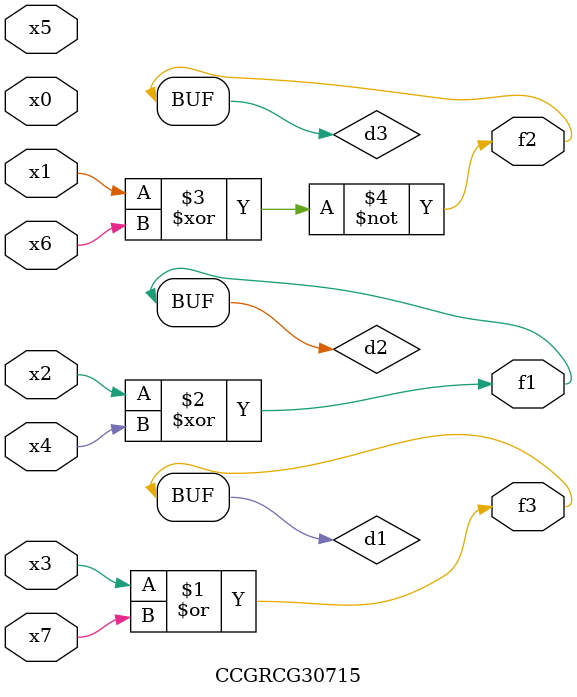
<source format=v>
module CCGRCG30715(
	input x0, x1, x2, x3, x4, x5, x6, x7,
	output f1, f2, f3
);

	wire d1, d2, d3;

	or (d1, x3, x7);
	xor (d2, x2, x4);
	xnor (d3, x1, x6);
	assign f1 = d2;
	assign f2 = d3;
	assign f3 = d1;
endmodule

</source>
